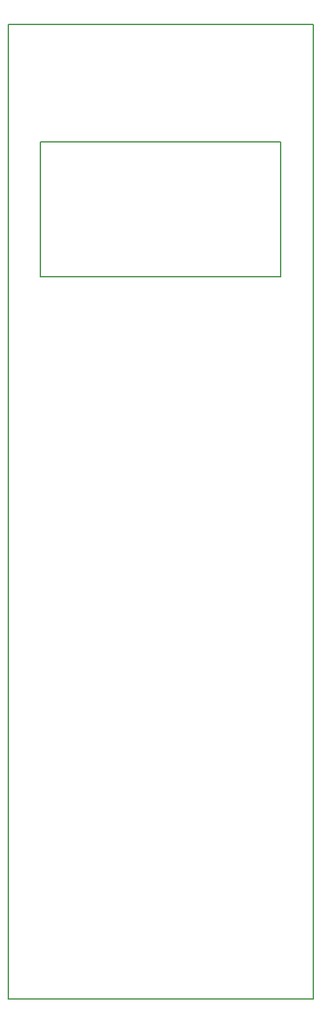
<source format=gko>
G04 DipTrace 3.1.0.0*
G04 uO_c_panel.GKO*
%MOIN*%
G04 #@! TF.FileFunction,Profile*
G04 #@! TF.Part,Single*
%ADD11C,0.006*%
%FSLAX26Y26*%
G04*
G70*
G90*
G75*
G01*
G04 BoardOutline*
%LPD*%
X394000Y394000D2*
D11*
X1980614D1*
Y5453055D1*
X394000D1*
Y394000D1*
X562307Y4844000D2*
X1812307D1*
Y4144000D1*
X562307D1*
Y4844000D1*
M02*

</source>
